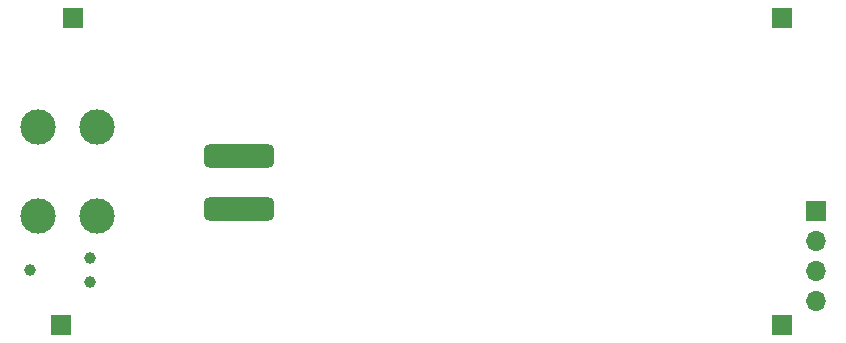
<source format=gbr>
%TF.GenerationSoftware,KiCad,Pcbnew,(6.0.2)*%
%TF.CreationDate,2022-05-15T09:33:53-06:00*%
%TF.ProjectId,SolarGPS,536f6c61-7247-4505-932e-6b696361645f,rev?*%
%TF.SameCoordinates,Original*%
%TF.FileFunction,Soldermask,Bot*%
%TF.FilePolarity,Negative*%
%FSLAX46Y46*%
G04 Gerber Fmt 4.6, Leading zero omitted, Abs format (unit mm)*
G04 Created by KiCad (PCBNEW (6.0.2)) date 2022-05-15 09:33:53*
%MOMM*%
%LPD*%
G01*
G04 APERTURE LIST*
G04 Aperture macros list*
%AMRoundRect*
0 Rectangle with rounded corners*
0 $1 Rounding radius*
0 $2 $3 $4 $5 $6 $7 $8 $9 X,Y pos of 4 corners*
0 Add a 4 corners polygon primitive as box body*
4,1,4,$2,$3,$4,$5,$6,$7,$8,$9,$2,$3,0*
0 Add four circle primitives for the rounded corners*
1,1,$1+$1,$2,$3*
1,1,$1+$1,$4,$5*
1,1,$1+$1,$6,$7*
1,1,$1+$1,$8,$9*
0 Add four rect primitives between the rounded corners*
20,1,$1+$1,$2,$3,$4,$5,0*
20,1,$1+$1,$4,$5,$6,$7,0*
20,1,$1+$1,$6,$7,$8,$9,0*
20,1,$1+$1,$8,$9,$2,$3,0*%
G04 Aperture macros list end*
%ADD10C,3.000000*%
%ADD11C,0.990600*%
%ADD12R,1.700000X1.700000*%
%ADD13RoundRect,0.500000X-2.500000X-0.500000X2.500000X-0.500000X2.500000X0.500000X-2.500000X0.500000X0*%
%ADD14O,1.700000X1.700000*%
G04 APERTURE END LIST*
D10*
%TO.C,J7*%
X57000000Y-61250000D03*
X52000000Y-61250000D03*
X52000000Y-68750000D03*
X57000000Y-68750000D03*
%TD*%
D11*
%TO.C,J6*%
X51360000Y-73400000D03*
X56440000Y-72384000D03*
X56440000Y-74416000D03*
%TD*%
D12*
%TO.C,J4*%
X55000000Y-52000000D03*
%TD*%
%TO.C,J5*%
X54000000Y-78000000D03*
%TD*%
%TO.C,J3*%
X115000000Y-78000000D03*
%TD*%
%TO.C,J2*%
X115000000Y-52000000D03*
%TD*%
D13*
%TO.C,C8*%
X68995000Y-68175000D03*
X68995000Y-63675000D03*
%TD*%
D12*
%TO.C,J8*%
X117875000Y-68400000D03*
D14*
X117875000Y-70940000D03*
X117875000Y-73480000D03*
X117875000Y-76020000D03*
%TD*%
M02*

</source>
